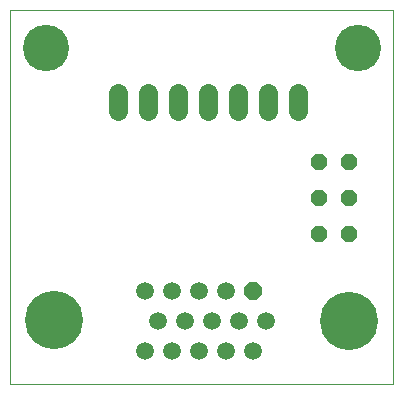
<source format=gbs>
G75*
%MOIN*%
%OFA0B0*%
%FSLAX24Y24*%
%IPPOS*%
%LPD*%
%AMOC8*
5,1,8,0,0,1.08239X$1,22.5*
%
%ADD10C,0.0000*%
%ADD11C,0.0594*%
%ADD12OC8,0.0594*%
%ADD13C,0.1940*%
%ADD14C,0.0640*%
%ADD15OC8,0.0560*%
%ADD16C,0.1542*%
D10*
X000480Y004962D02*
X000480Y017432D01*
X013272Y017432D01*
X013272Y004962D01*
X000480Y004962D01*
D11*
X004984Y006062D03*
X005884Y006062D03*
X005434Y007062D03*
X004984Y008062D03*
X005884Y008062D03*
X006334Y007062D03*
X006784Y008062D03*
X007234Y007062D03*
X007684Y008062D03*
X008134Y007062D03*
X007684Y006062D03*
X008584Y006062D03*
X009034Y007062D03*
X006784Y006062D03*
D12*
X008584Y008062D03*
D13*
X011800Y007062D03*
X001960Y007082D03*
D14*
X004080Y014062D02*
X004080Y014662D01*
X005080Y014662D02*
X005080Y014062D01*
X006080Y014062D02*
X006080Y014662D01*
X007080Y014662D02*
X007080Y014062D01*
X008080Y014062D02*
X008080Y014662D01*
X009080Y014662D02*
X009080Y014062D01*
X010080Y014062D02*
X010080Y014662D01*
D15*
X010780Y012362D03*
X011780Y012362D03*
X011780Y011162D03*
X010780Y011162D03*
X010780Y009962D03*
X011780Y009962D03*
D16*
X012080Y016162D03*
X001680Y016162D03*
M02*

</source>
